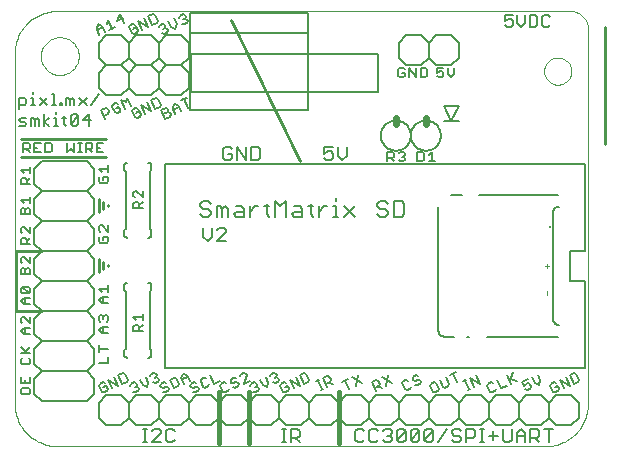
<source format=gto>
G75*
G70*
%OFA0B0*%
%FSLAX24Y24*%
%IPPOS*%
%LPD*%
%AMOC8*
5,1,8,0,0,1.08239X$1,22.5*
%
%ADD10C,0.0000*%
%ADD11C,0.0060*%
%ADD12C,0.0070*%
%ADD13C,0.0080*%
%ADD14C,0.0150*%
%ADD15C,0.0100*%
%ADD16C,0.0050*%
%ADD17C,0.0040*%
%ADD18C,0.0240*%
D10*
X001600Y004500D02*
X017900Y004500D01*
X017973Y004502D01*
X018046Y004508D01*
X018119Y004517D01*
X018191Y004531D01*
X018262Y004548D01*
X018333Y004569D01*
X018402Y004593D01*
X018469Y004621D01*
X018536Y004653D01*
X018600Y004688D01*
X018662Y004726D01*
X018723Y004767D01*
X018781Y004812D01*
X018837Y004860D01*
X018890Y004910D01*
X018940Y004963D01*
X018988Y005019D01*
X019033Y005077D01*
X019074Y005138D01*
X019112Y005200D01*
X019147Y005264D01*
X019179Y005331D01*
X019207Y005398D01*
X019231Y005467D01*
X019252Y005538D01*
X019269Y005609D01*
X019283Y005681D01*
X019292Y005754D01*
X019298Y005827D01*
X019300Y005900D01*
X019300Y018400D01*
X019301Y018445D01*
X019297Y018491D01*
X019290Y018536D01*
X019280Y018580D01*
X019266Y018623D01*
X019249Y018665D01*
X019228Y018706D01*
X019205Y018745D01*
X019178Y018782D01*
X019148Y018816D01*
X019116Y018848D01*
X019082Y018878D01*
X019045Y018905D01*
X019006Y018928D01*
X018965Y018949D01*
X018923Y018966D01*
X018880Y018980D01*
X018836Y018990D01*
X018791Y018997D01*
X018745Y019001D01*
X018700Y019000D01*
X001600Y019000D01*
X001527Y018998D01*
X001454Y018992D01*
X001381Y018983D01*
X001309Y018969D01*
X001238Y018952D01*
X001167Y018931D01*
X001098Y018907D01*
X001031Y018879D01*
X000964Y018847D01*
X000900Y018812D01*
X000838Y018774D01*
X000777Y018733D01*
X000719Y018688D01*
X000663Y018640D01*
X000610Y018590D01*
X000560Y018537D01*
X000512Y018481D01*
X000467Y018423D01*
X000426Y018362D01*
X000388Y018300D01*
X000353Y018236D01*
X000321Y018169D01*
X000293Y018102D01*
X000269Y018033D01*
X000248Y017962D01*
X000231Y017891D01*
X000217Y017819D01*
X000208Y017746D01*
X000202Y017673D01*
X000200Y017600D01*
X000200Y005900D01*
X000202Y005827D01*
X000208Y005754D01*
X000217Y005681D01*
X000231Y005609D01*
X000248Y005538D01*
X000269Y005467D01*
X000293Y005398D01*
X000321Y005331D01*
X000353Y005264D01*
X000388Y005200D01*
X000426Y005138D01*
X000467Y005077D01*
X000512Y005019D01*
X000560Y004963D01*
X000610Y004910D01*
X000663Y004860D01*
X000719Y004812D01*
X000777Y004767D01*
X000838Y004726D01*
X000900Y004688D01*
X000964Y004653D01*
X001031Y004621D01*
X001098Y004593D01*
X001167Y004569D01*
X001238Y004548D01*
X001309Y004531D01*
X001381Y004517D01*
X001454Y004508D01*
X001527Y004502D01*
X001600Y004500D01*
X001070Y017500D02*
X001072Y017550D01*
X001078Y017600D01*
X001088Y017649D01*
X001102Y017697D01*
X001119Y017744D01*
X001140Y017789D01*
X001165Y017833D01*
X001193Y017874D01*
X001225Y017913D01*
X001259Y017950D01*
X001296Y017984D01*
X001336Y018014D01*
X001378Y018041D01*
X001422Y018065D01*
X001468Y018086D01*
X001515Y018102D01*
X001563Y018115D01*
X001613Y018124D01*
X001662Y018129D01*
X001713Y018130D01*
X001763Y018127D01*
X001812Y018120D01*
X001861Y018109D01*
X001909Y018094D01*
X001955Y018076D01*
X002000Y018054D01*
X002043Y018028D01*
X002084Y017999D01*
X002123Y017967D01*
X002159Y017932D01*
X002191Y017894D01*
X002221Y017854D01*
X002248Y017811D01*
X002271Y017767D01*
X002290Y017721D01*
X002306Y017673D01*
X002318Y017624D01*
X002326Y017575D01*
X002330Y017525D01*
X002330Y017475D01*
X002326Y017425D01*
X002318Y017376D01*
X002306Y017327D01*
X002290Y017279D01*
X002271Y017233D01*
X002248Y017189D01*
X002221Y017146D01*
X002191Y017106D01*
X002159Y017068D01*
X002123Y017033D01*
X002084Y017001D01*
X002043Y016972D01*
X002000Y016946D01*
X001955Y016924D01*
X001909Y016906D01*
X001861Y016891D01*
X001812Y016880D01*
X001763Y016873D01*
X001713Y016870D01*
X001662Y016871D01*
X001613Y016876D01*
X001563Y016885D01*
X001515Y016898D01*
X001468Y016914D01*
X001422Y016935D01*
X001378Y016959D01*
X001336Y016986D01*
X001296Y017016D01*
X001259Y017050D01*
X001225Y017087D01*
X001193Y017126D01*
X001165Y017167D01*
X001140Y017211D01*
X001119Y017256D01*
X001102Y017303D01*
X001088Y017351D01*
X001078Y017400D01*
X001072Y017450D01*
X001070Y017500D01*
X017847Y017000D02*
X017849Y017042D01*
X017855Y017084D01*
X017865Y017126D01*
X017878Y017166D01*
X017896Y017205D01*
X017917Y017242D01*
X017941Y017276D01*
X017969Y017309D01*
X017999Y017339D01*
X018032Y017365D01*
X018067Y017389D01*
X018105Y017409D01*
X018144Y017425D01*
X018184Y017438D01*
X018226Y017447D01*
X018268Y017452D01*
X018311Y017453D01*
X018353Y017450D01*
X018395Y017443D01*
X018436Y017432D01*
X018476Y017417D01*
X018514Y017399D01*
X018551Y017377D01*
X018585Y017352D01*
X018617Y017324D01*
X018645Y017293D01*
X018671Y017259D01*
X018694Y017223D01*
X018713Y017186D01*
X018729Y017146D01*
X018741Y017105D01*
X018749Y017064D01*
X018753Y017021D01*
X018753Y016979D01*
X018749Y016936D01*
X018741Y016895D01*
X018729Y016854D01*
X018713Y016814D01*
X018694Y016777D01*
X018671Y016741D01*
X018645Y016707D01*
X018617Y016676D01*
X018585Y016648D01*
X018551Y016623D01*
X018514Y016601D01*
X018476Y016583D01*
X018436Y016568D01*
X018395Y016557D01*
X018353Y016550D01*
X018311Y016547D01*
X018268Y016548D01*
X018226Y016553D01*
X018184Y016562D01*
X018144Y016575D01*
X018105Y016591D01*
X018067Y016611D01*
X018032Y016635D01*
X017999Y016661D01*
X017969Y016691D01*
X017941Y016724D01*
X017917Y016758D01*
X017896Y016795D01*
X017878Y016834D01*
X017865Y016874D01*
X017855Y016916D01*
X017849Y016958D01*
X017847Y017000D01*
D11*
X017838Y018480D02*
X017968Y018480D01*
X018033Y018545D01*
X017838Y018480D02*
X017773Y018545D01*
X017773Y018805D01*
X017838Y018870D01*
X017968Y018870D01*
X018033Y018805D01*
X017619Y018805D02*
X017619Y018545D01*
X017554Y018480D01*
X017359Y018480D01*
X017359Y018870D01*
X017554Y018870D01*
X017619Y018805D01*
X017205Y018870D02*
X017205Y018610D01*
X017074Y018480D01*
X016944Y018610D01*
X016944Y018870D01*
X016790Y018870D02*
X016530Y018870D01*
X016530Y018675D01*
X016660Y018740D01*
X016725Y018740D01*
X016790Y018675D01*
X016790Y018545D01*
X016725Y018480D01*
X016595Y018480D01*
X016530Y018545D01*
X015000Y017950D02*
X015000Y017450D01*
X014750Y017200D01*
X014250Y017200D01*
X014000Y017450D01*
X013750Y017200D01*
X013250Y017200D01*
X013000Y017450D01*
X013000Y017950D01*
X013250Y018200D01*
X013750Y018200D01*
X014000Y017950D01*
X014250Y018200D01*
X014750Y018200D01*
X015000Y017950D01*
X014000Y017950D02*
X014000Y017450D01*
X013400Y014850D02*
X013402Y014894D01*
X013408Y014938D01*
X013418Y014981D01*
X013431Y015023D01*
X013448Y015064D01*
X013469Y015103D01*
X013493Y015140D01*
X013520Y015175D01*
X013550Y015207D01*
X013583Y015237D01*
X013619Y015263D01*
X013656Y015287D01*
X013696Y015306D01*
X013737Y015323D01*
X013780Y015335D01*
X013823Y015344D01*
X013867Y015349D01*
X013911Y015350D01*
X013955Y015347D01*
X013999Y015340D01*
X014042Y015329D01*
X014084Y015315D01*
X014124Y015297D01*
X014163Y015275D01*
X014199Y015251D01*
X014233Y015223D01*
X014265Y015192D01*
X014294Y015158D01*
X014320Y015122D01*
X014342Y015084D01*
X014361Y015044D01*
X014376Y015002D01*
X014388Y014960D01*
X014396Y014916D01*
X014400Y014872D01*
X014400Y014828D01*
X014396Y014784D01*
X014388Y014740D01*
X014376Y014698D01*
X014361Y014656D01*
X014342Y014616D01*
X014320Y014578D01*
X014294Y014542D01*
X014265Y014508D01*
X014233Y014477D01*
X014199Y014449D01*
X014163Y014425D01*
X014124Y014403D01*
X014084Y014385D01*
X014042Y014371D01*
X013999Y014360D01*
X013955Y014353D01*
X013911Y014350D01*
X013867Y014351D01*
X013823Y014356D01*
X013780Y014365D01*
X013737Y014377D01*
X013696Y014394D01*
X013656Y014413D01*
X013619Y014437D01*
X013583Y014463D01*
X013550Y014493D01*
X013520Y014525D01*
X013493Y014560D01*
X013469Y014597D01*
X013448Y014636D01*
X013431Y014677D01*
X013418Y014719D01*
X013408Y014762D01*
X013402Y014806D01*
X013400Y014850D01*
X012400Y014850D02*
X012402Y014894D01*
X012408Y014938D01*
X012418Y014981D01*
X012431Y015023D01*
X012448Y015064D01*
X012469Y015103D01*
X012493Y015140D01*
X012520Y015175D01*
X012550Y015207D01*
X012583Y015237D01*
X012619Y015263D01*
X012656Y015287D01*
X012696Y015306D01*
X012737Y015323D01*
X012780Y015335D01*
X012823Y015344D01*
X012867Y015349D01*
X012911Y015350D01*
X012955Y015347D01*
X012999Y015340D01*
X013042Y015329D01*
X013084Y015315D01*
X013124Y015297D01*
X013163Y015275D01*
X013199Y015251D01*
X013233Y015223D01*
X013265Y015192D01*
X013294Y015158D01*
X013320Y015122D01*
X013342Y015084D01*
X013361Y015044D01*
X013376Y015002D01*
X013388Y014960D01*
X013396Y014916D01*
X013400Y014872D01*
X013400Y014828D01*
X013396Y014784D01*
X013388Y014740D01*
X013376Y014698D01*
X013361Y014656D01*
X013342Y014616D01*
X013320Y014578D01*
X013294Y014542D01*
X013265Y014508D01*
X013233Y014477D01*
X013199Y014449D01*
X013163Y014425D01*
X013124Y014403D01*
X013084Y014385D01*
X013042Y014371D01*
X012999Y014360D01*
X012955Y014353D01*
X012911Y014350D01*
X012867Y014351D01*
X012823Y014356D01*
X012780Y014365D01*
X012737Y014377D01*
X012696Y014394D01*
X012656Y014413D01*
X012619Y014437D01*
X012583Y014463D01*
X012550Y014493D01*
X012520Y014525D01*
X012493Y014560D01*
X012469Y014597D01*
X012448Y014636D01*
X012431Y014677D01*
X012418Y014719D01*
X012408Y014762D01*
X012402Y014806D01*
X012400Y014850D01*
X011263Y014470D02*
X011263Y014177D01*
X011116Y014030D01*
X010970Y014177D01*
X010970Y014470D01*
X010803Y014470D02*
X010509Y014470D01*
X010509Y014250D01*
X010656Y014324D01*
X010729Y014324D01*
X010803Y014250D01*
X010803Y014103D01*
X010729Y014030D01*
X010583Y014030D01*
X010509Y014103D01*
X008363Y014103D02*
X008290Y014030D01*
X008070Y014030D01*
X008070Y014470D01*
X008290Y014470D01*
X008363Y014397D01*
X008363Y014103D01*
X007903Y014030D02*
X007903Y014470D01*
X007609Y014470D02*
X007609Y014030D01*
X007442Y014103D02*
X007442Y014250D01*
X007296Y014250D01*
X007442Y014103D02*
X007369Y014030D01*
X007222Y014030D01*
X007149Y014103D01*
X007149Y014397D01*
X007222Y014470D01*
X007369Y014470D01*
X007442Y014397D01*
X007609Y014470D02*
X007903Y014030D01*
X005750Y016200D02*
X006000Y016450D01*
X006000Y016950D01*
X005750Y017200D01*
X005250Y017200D01*
X005000Y016950D01*
X004750Y017200D01*
X004250Y017200D01*
X004000Y016950D01*
X003750Y017200D01*
X003250Y017200D01*
X003000Y016950D01*
X003000Y016450D01*
X003250Y016200D01*
X003750Y016200D01*
X004000Y016450D01*
X004000Y016950D01*
X003750Y017200D02*
X003250Y017200D01*
X003000Y017450D01*
X003000Y017950D01*
X003250Y018200D01*
X003750Y018200D01*
X004000Y017950D01*
X004250Y018200D01*
X004750Y018200D01*
X005000Y017950D01*
X005250Y018200D01*
X005750Y018200D01*
X006000Y017950D01*
X006000Y017450D01*
X005750Y017200D01*
X005250Y017200D01*
X005000Y017450D01*
X004750Y017200D01*
X004250Y017200D01*
X004000Y017450D01*
X003750Y017200D01*
X004000Y017450D02*
X004000Y017950D01*
X005000Y017950D02*
X005000Y017450D01*
X005000Y016950D02*
X005000Y016450D01*
X004750Y016200D01*
X004250Y016200D01*
X004000Y016450D01*
X005000Y016450D02*
X005250Y016200D01*
X005750Y016200D01*
X004750Y013850D02*
X004750Y013700D01*
X004700Y013650D01*
X004700Y011750D01*
X004750Y011700D01*
X004750Y011550D01*
X004748Y011533D01*
X004744Y011516D01*
X004737Y011500D01*
X004727Y011486D01*
X004714Y011473D01*
X004700Y011463D01*
X004684Y011456D01*
X004667Y011452D01*
X004650Y011450D01*
X003950Y011450D02*
X003933Y011452D01*
X003916Y011456D01*
X003900Y011463D01*
X003886Y011473D01*
X003873Y011486D01*
X003863Y011500D01*
X003856Y011516D01*
X003852Y011533D01*
X003850Y011550D01*
X003850Y011700D01*
X003900Y011750D01*
X003900Y013650D01*
X003850Y013700D01*
X003850Y013850D01*
X003852Y013867D01*
X003856Y013884D01*
X003863Y013900D01*
X003873Y013914D01*
X003886Y013927D01*
X003900Y013937D01*
X003916Y013944D01*
X003933Y013948D01*
X003950Y013950D01*
X004650Y013950D02*
X004667Y013948D01*
X004684Y013944D01*
X004700Y013937D01*
X004714Y013927D01*
X004727Y013914D01*
X004737Y013900D01*
X004744Y013884D01*
X004748Y013867D01*
X004750Y013850D01*
X002850Y013750D02*
X002850Y013250D01*
X002600Y013000D01*
X001100Y013000D01*
X000850Y012750D01*
X000850Y012250D01*
X001100Y012000D01*
X002600Y012000D01*
X002850Y011750D01*
X002850Y011250D01*
X002600Y011000D01*
X001100Y011000D01*
X000850Y010750D01*
X000850Y010250D01*
X001100Y010000D01*
X002600Y010000D01*
X002850Y009750D01*
X002850Y009250D01*
X002600Y009000D01*
X001100Y009000D01*
X000850Y008750D01*
X000850Y008250D01*
X001100Y008000D01*
X002600Y008000D01*
X002850Y007750D01*
X002850Y007250D01*
X002600Y007000D01*
X002850Y006750D01*
X002850Y006250D01*
X002600Y006000D01*
X001100Y006000D01*
X000850Y006250D01*
X000850Y006750D01*
X001100Y007000D01*
X002600Y007000D01*
X003250Y006200D02*
X003750Y006200D01*
X004000Y005950D01*
X004250Y006200D01*
X004750Y006200D01*
X005000Y005950D01*
X005250Y006200D01*
X005750Y006200D01*
X006000Y005950D01*
X006250Y006200D01*
X006750Y006200D01*
X007000Y005950D01*
X007250Y006200D01*
X007750Y006200D01*
X008000Y005950D01*
X008000Y005450D01*
X007750Y005200D01*
X007250Y005200D01*
X007000Y005450D01*
X007000Y005950D01*
X007000Y005450D01*
X006750Y005200D01*
X006250Y005200D01*
X006000Y005450D01*
X005750Y005200D01*
X005250Y005200D01*
X005000Y005450D01*
X005000Y005950D01*
X005000Y005450D02*
X004750Y005200D01*
X004250Y005200D01*
X004000Y005450D01*
X003750Y005200D01*
X003250Y005200D01*
X003000Y005450D01*
X003000Y005950D01*
X003250Y006200D01*
X004000Y005950D02*
X004000Y005450D01*
X004466Y005070D02*
X004613Y005070D01*
X004540Y005070D02*
X004540Y004630D01*
X004613Y004630D02*
X004466Y004630D01*
X004773Y004630D02*
X005067Y004924D01*
X005067Y004997D01*
X004993Y005070D01*
X004846Y005070D01*
X004773Y004997D01*
X004773Y004630D02*
X005067Y004630D01*
X005233Y004703D02*
X005307Y004630D01*
X005454Y004630D01*
X005527Y004703D01*
X005233Y004703D02*
X005233Y004997D01*
X005307Y005070D01*
X005454Y005070D01*
X005527Y004997D01*
X006000Y005450D02*
X006000Y005950D01*
X008000Y005950D02*
X008000Y005450D01*
X008250Y005200D01*
X008750Y005200D01*
X009000Y005450D01*
X009000Y005950D01*
X008750Y006200D01*
X008250Y006200D01*
X008000Y005950D01*
X009000Y005950D02*
X009250Y006200D01*
X009750Y006200D01*
X010000Y005950D01*
X010250Y006200D01*
X010750Y006200D01*
X011000Y005950D01*
X011250Y006200D01*
X011750Y006200D01*
X012000Y005950D01*
X012250Y006200D01*
X012750Y006200D01*
X013000Y005950D01*
X013000Y005450D01*
X012750Y005200D01*
X012250Y005200D01*
X012000Y005450D01*
X011750Y005200D01*
X011250Y005200D01*
X011000Y005450D01*
X011000Y005950D01*
X011000Y005450D01*
X010750Y005200D01*
X010250Y005200D01*
X010000Y005450D01*
X009750Y005200D01*
X009250Y005200D01*
X009000Y005450D01*
X009096Y005070D02*
X009243Y005070D01*
X009170Y005070D02*
X009170Y004630D01*
X009243Y004630D02*
X009096Y004630D01*
X009403Y004630D02*
X009403Y005070D01*
X009623Y005070D01*
X009697Y004997D01*
X009697Y004850D01*
X009623Y004777D01*
X009403Y004777D01*
X009550Y004777D02*
X009697Y004630D01*
X010000Y005450D02*
X010000Y005950D01*
X011554Y004997D02*
X011554Y004703D01*
X011627Y004630D01*
X011774Y004630D01*
X011847Y004703D01*
X012014Y004703D02*
X012088Y004630D01*
X012234Y004630D01*
X012308Y004703D01*
X012475Y004703D02*
X012548Y004630D01*
X012695Y004630D01*
X012768Y004703D01*
X012768Y004777D01*
X012695Y004850D01*
X012621Y004850D01*
X012695Y004850D02*
X012768Y004924D01*
X012768Y004997D01*
X012695Y005070D01*
X012548Y005070D01*
X012475Y004997D01*
X012308Y004997D02*
X012234Y005070D01*
X012088Y005070D01*
X012014Y004997D01*
X012014Y004703D01*
X011847Y004997D02*
X011774Y005070D01*
X011627Y005070D01*
X011554Y004997D01*
X012000Y005450D02*
X012000Y005950D01*
X013000Y005950D02*
X013250Y006200D01*
X013750Y006200D01*
X014000Y005950D01*
X014250Y006200D01*
X014750Y006200D01*
X015000Y005950D01*
X015250Y006200D01*
X015750Y006200D01*
X016000Y005950D01*
X016000Y005450D01*
X015750Y005200D01*
X015250Y005200D01*
X015000Y005450D01*
X014750Y005200D01*
X014250Y005200D01*
X014000Y005450D01*
X013750Y005200D01*
X013250Y005200D01*
X013000Y005450D01*
X013008Y005070D02*
X013155Y005070D01*
X013229Y004997D01*
X012935Y004703D01*
X013008Y004630D01*
X013155Y004630D01*
X013229Y004703D01*
X013229Y004997D01*
X013395Y004997D02*
X013395Y004703D01*
X013689Y004997D01*
X013689Y004703D01*
X013616Y004630D01*
X013469Y004630D01*
X013395Y004703D01*
X013395Y004997D02*
X013469Y005070D01*
X013616Y005070D01*
X013689Y004997D01*
X013856Y004997D02*
X013929Y005070D01*
X014076Y005070D01*
X014149Y004997D01*
X013856Y004703D01*
X013929Y004630D01*
X014076Y004630D01*
X014149Y004703D01*
X014149Y004997D01*
X013856Y004997D02*
X013856Y004703D01*
X014316Y004630D02*
X014610Y005070D01*
X014777Y004997D02*
X014777Y004924D01*
X014850Y004850D01*
X014997Y004850D01*
X015070Y004777D01*
X015070Y004703D01*
X014997Y004630D01*
X014850Y004630D01*
X014777Y004703D01*
X014777Y004997D02*
X014850Y005070D01*
X014997Y005070D01*
X015070Y004997D01*
X015237Y005070D02*
X015457Y005070D01*
X015531Y004997D01*
X015531Y004850D01*
X015457Y004777D01*
X015237Y004777D01*
X015237Y004630D02*
X015237Y005070D01*
X015000Y005450D02*
X015000Y005950D01*
X015697Y005070D02*
X015844Y005070D01*
X015771Y005070D02*
X015771Y004630D01*
X015844Y004630D02*
X015697Y004630D01*
X016004Y004850D02*
X016298Y004850D01*
X016151Y004997D02*
X016151Y004703D01*
X016465Y004703D02*
X016538Y004630D01*
X016685Y004630D01*
X016758Y004703D01*
X016758Y005070D01*
X016750Y005200D02*
X016250Y005200D01*
X016000Y005450D01*
X016000Y005950D02*
X016250Y006200D01*
X016750Y006200D01*
X017000Y005950D01*
X017250Y006200D01*
X017750Y006200D01*
X018000Y005950D01*
X018250Y006200D01*
X018750Y006200D01*
X019000Y005950D01*
X019000Y005450D01*
X018750Y005200D01*
X018250Y005200D01*
X018000Y005450D01*
X017750Y005200D01*
X017250Y005200D01*
X017000Y005450D01*
X016750Y005200D01*
X016465Y005070D02*
X016465Y004703D01*
X016925Y004630D02*
X016925Y004924D01*
X017072Y005070D01*
X017219Y004924D01*
X017219Y004630D01*
X017385Y004630D02*
X017385Y005070D01*
X017606Y005070D01*
X017679Y004997D01*
X017679Y004850D01*
X017606Y004777D01*
X017385Y004777D01*
X017532Y004777D02*
X017679Y004630D01*
X017993Y004630D02*
X017993Y005070D01*
X018139Y005070D02*
X017846Y005070D01*
X018000Y005450D02*
X018000Y005950D01*
X017000Y005950D02*
X017000Y005450D01*
X016925Y004850D02*
X017219Y004850D01*
X014000Y005450D02*
X014000Y005950D01*
X013008Y005070D02*
X012935Y004997D01*
X012935Y004703D01*
X007234Y011330D02*
X006940Y011330D01*
X007234Y011624D01*
X007234Y011697D01*
X007161Y011770D01*
X007014Y011770D01*
X006940Y011697D01*
X006774Y011770D02*
X006774Y011477D01*
X006627Y011330D01*
X006480Y011477D01*
X006480Y011770D01*
X004750Y009850D02*
X004750Y009700D01*
X004700Y009650D01*
X004700Y007750D01*
X004750Y007700D01*
X004750Y007550D01*
X004748Y007533D01*
X004744Y007516D01*
X004737Y007500D01*
X004727Y007486D01*
X004714Y007473D01*
X004700Y007463D01*
X004684Y007456D01*
X004667Y007452D01*
X004650Y007450D01*
X003950Y007450D02*
X003933Y007452D01*
X003916Y007456D01*
X003900Y007463D01*
X003886Y007473D01*
X003873Y007486D01*
X003863Y007500D01*
X003856Y007516D01*
X003852Y007533D01*
X003850Y007550D01*
X003850Y007700D01*
X003900Y007750D01*
X003900Y009650D01*
X003850Y009700D01*
X003850Y009850D01*
X003852Y009867D01*
X003856Y009884D01*
X003863Y009900D01*
X003873Y009914D01*
X003886Y009927D01*
X003900Y009937D01*
X003916Y009944D01*
X003933Y009948D01*
X003950Y009950D01*
X004650Y009950D02*
X004667Y009948D01*
X004684Y009944D01*
X004700Y009937D01*
X004714Y009927D01*
X004727Y009914D01*
X004737Y009900D01*
X004744Y009884D01*
X004748Y009867D01*
X004750Y009850D01*
X002850Y010250D02*
X002600Y010000D01*
X002850Y010250D02*
X002850Y010750D01*
X002600Y011000D01*
X002600Y012000D02*
X002850Y012250D01*
X002850Y012750D01*
X002600Y013000D01*
X002850Y013750D02*
X002600Y014000D01*
X001100Y014000D01*
X000850Y013750D01*
X000850Y013250D01*
X001100Y013000D01*
X001100Y012000D02*
X000850Y011750D01*
X000850Y011250D01*
X001100Y011000D01*
X001100Y010000D02*
X000850Y009750D01*
X000850Y009250D01*
X001100Y009000D01*
X001100Y008000D02*
X000850Y007750D01*
X000850Y007250D01*
X001100Y007000D01*
X002600Y008000D02*
X002850Y008250D01*
X002850Y008750D01*
X002600Y009000D01*
D12*
X006386Y012223D02*
X006474Y012135D01*
X006651Y012135D01*
X006740Y012223D01*
X006740Y012312D01*
X006651Y012400D01*
X006474Y012400D01*
X006386Y012489D01*
X006386Y012577D01*
X006474Y012665D01*
X006651Y012665D01*
X006740Y012577D01*
X006938Y012489D02*
X007027Y012489D01*
X007115Y012400D01*
X007204Y012489D01*
X007292Y012400D01*
X007292Y012135D01*
X007115Y012135D02*
X007115Y012400D01*
X006938Y012489D02*
X006938Y012135D01*
X007491Y012223D02*
X007579Y012135D01*
X007845Y012135D01*
X007845Y012400D01*
X007756Y012489D01*
X007579Y012489D01*
X007579Y012312D02*
X007845Y012312D01*
X008043Y012312D02*
X008220Y012489D01*
X008309Y012489D01*
X008504Y012489D02*
X008681Y012489D01*
X008592Y012577D02*
X008592Y012223D01*
X008681Y012135D01*
X008872Y012135D02*
X008872Y012665D01*
X009049Y012489D01*
X009226Y012665D01*
X009226Y012135D01*
X009425Y012223D02*
X009513Y012312D01*
X009778Y012312D01*
X009778Y012400D02*
X009690Y012489D01*
X009513Y012489D01*
X009425Y012223D02*
X009513Y012135D01*
X009778Y012135D01*
X009778Y012400D01*
X009977Y012489D02*
X010154Y012489D01*
X010065Y012577D02*
X010065Y012223D01*
X010154Y012135D01*
X010345Y012135D02*
X010345Y012489D01*
X010345Y012312D02*
X010522Y012489D01*
X010611Y012489D01*
X010806Y012489D02*
X010894Y012489D01*
X010894Y012135D01*
X010806Y012135D02*
X010983Y012135D01*
X011174Y012135D02*
X011528Y012489D01*
X011174Y012489D02*
X011528Y012135D01*
X010894Y012665D02*
X010894Y012754D01*
X012279Y012577D02*
X012279Y012489D01*
X012367Y012400D01*
X012544Y012400D01*
X012633Y012312D01*
X012633Y012223D01*
X012544Y012135D01*
X012367Y012135D01*
X012279Y012223D01*
X012279Y012577D02*
X012367Y012665D01*
X012544Y012665D01*
X012633Y012577D01*
X012832Y012665D02*
X013097Y012665D01*
X013185Y012577D01*
X013185Y012223D01*
X013097Y012135D01*
X012832Y012135D01*
X012832Y012665D01*
X008043Y012489D02*
X008043Y012135D01*
X007579Y012312D02*
X007491Y012223D01*
X002752Y015860D02*
X003006Y016240D01*
X002591Y016114D02*
X002338Y015860D01*
X002177Y015860D02*
X002177Y016050D01*
X002114Y016114D01*
X002050Y016050D01*
X002050Y015860D01*
X001923Y015860D02*
X001923Y016114D01*
X001987Y016114D01*
X002050Y016050D01*
X001780Y015923D02*
X001780Y015860D01*
X001716Y015860D01*
X001716Y015923D01*
X001780Y015923D01*
X001567Y015860D02*
X001440Y015860D01*
X001503Y015860D02*
X001503Y016240D01*
X001440Y016240D01*
X001279Y016114D02*
X001026Y015860D01*
X000876Y015860D02*
X000749Y015860D01*
X000813Y015860D02*
X000813Y016114D01*
X000749Y016114D01*
X000813Y016240D02*
X000813Y016304D01*
X001026Y016114D02*
X001279Y015860D01*
X001164Y015565D02*
X001164Y015185D01*
X001164Y015312D02*
X001354Y015439D01*
X001509Y015439D02*
X001572Y015439D01*
X001572Y015185D01*
X001509Y015185D02*
X001636Y015185D01*
X001849Y015248D02*
X001912Y015185D01*
X001849Y015248D02*
X001849Y015502D01*
X001785Y015439D02*
X001912Y015439D01*
X002061Y015502D02*
X002061Y015248D01*
X002315Y015502D01*
X002315Y015248D01*
X002252Y015185D01*
X002125Y015185D01*
X002061Y015248D01*
X002061Y015502D02*
X002125Y015565D01*
X002252Y015565D01*
X002315Y015502D01*
X002476Y015375D02*
X002729Y015375D01*
X002666Y015185D02*
X002666Y015565D01*
X002476Y015375D01*
X002591Y015860D02*
X002338Y016114D01*
X001572Y015629D02*
X001572Y015565D01*
X001354Y015185D02*
X001164Y015312D01*
X001003Y015375D02*
X001003Y015185D01*
X000876Y015185D02*
X000876Y015375D01*
X000940Y015439D01*
X001003Y015375D01*
X000876Y015375D02*
X000813Y015439D01*
X000749Y015439D01*
X000749Y015185D01*
X000589Y015248D02*
X000525Y015312D01*
X000398Y015312D01*
X000335Y015375D01*
X000398Y015439D01*
X000589Y015439D01*
X000589Y015248D02*
X000525Y015185D01*
X000335Y015185D01*
X000335Y015733D02*
X000335Y016114D01*
X000525Y016114D01*
X000589Y016050D01*
X000589Y015923D01*
X000525Y015860D01*
X000335Y015860D01*
D13*
X000478Y014610D02*
X000638Y014610D01*
X000692Y014557D01*
X000692Y014450D01*
X000638Y014397D01*
X000478Y014397D01*
X000585Y014397D02*
X000692Y014290D01*
X000846Y014290D02*
X001060Y014290D01*
X001215Y014290D02*
X001375Y014290D01*
X001428Y014343D01*
X001428Y014557D01*
X001375Y014610D01*
X001215Y014610D01*
X001215Y014290D01*
X000953Y014450D02*
X000846Y014450D01*
X000846Y014610D02*
X000846Y014290D01*
X000846Y014610D02*
X001060Y014610D01*
X000478Y014610D02*
X000478Y014290D01*
X000710Y013804D02*
X000710Y013590D01*
X000710Y013697D02*
X000390Y013697D01*
X000496Y013590D01*
X000443Y013435D02*
X000390Y013382D01*
X000390Y013222D01*
X000710Y013222D01*
X000603Y013222D02*
X000603Y013382D01*
X000550Y013435D01*
X000443Y013435D01*
X000603Y013328D02*
X000710Y013435D01*
X000710Y012804D02*
X000710Y012590D01*
X000710Y012697D02*
X000390Y012697D01*
X000496Y012590D01*
X000496Y012435D02*
X000550Y012382D01*
X000550Y012222D01*
X000550Y012382D02*
X000603Y012435D01*
X000657Y012435D01*
X000710Y012382D01*
X000710Y012222D01*
X000390Y012222D01*
X000390Y012382D01*
X000443Y012435D01*
X000496Y012435D01*
X000496Y011804D02*
X000443Y011804D01*
X000390Y011750D01*
X000390Y011643D01*
X000443Y011590D01*
X000443Y011435D02*
X000550Y011435D01*
X000603Y011382D01*
X000603Y011222D01*
X000603Y011328D02*
X000710Y011435D01*
X000710Y011590D02*
X000496Y011804D01*
X000710Y011804D02*
X000710Y011590D01*
X000443Y011435D02*
X000390Y011382D01*
X000390Y011222D01*
X000710Y011222D01*
X000710Y010804D02*
X000710Y010590D01*
X000496Y010804D01*
X000443Y010804D01*
X000390Y010750D01*
X000390Y010643D01*
X000443Y010590D01*
X000443Y010435D02*
X000496Y010435D01*
X000550Y010382D01*
X000550Y010222D01*
X000550Y010382D02*
X000603Y010435D01*
X000657Y010435D01*
X000710Y010382D01*
X000710Y010222D01*
X000390Y010222D01*
X000390Y010382D01*
X000443Y010435D01*
X000443Y009804D02*
X000390Y009750D01*
X000390Y009643D01*
X000443Y009590D01*
X000657Y009590D01*
X000443Y009804D01*
X000657Y009804D01*
X000710Y009750D01*
X000710Y009643D01*
X000657Y009590D01*
X000710Y009435D02*
X000496Y009435D01*
X000390Y009328D01*
X000496Y009222D01*
X000710Y009222D01*
X000550Y009222D02*
X000550Y009435D01*
X000496Y008804D02*
X000443Y008804D01*
X000390Y008750D01*
X000390Y008643D01*
X000443Y008590D01*
X000496Y008435D02*
X000390Y008328D01*
X000496Y008222D01*
X000710Y008222D01*
X000550Y008222D02*
X000550Y008435D01*
X000496Y008435D02*
X000710Y008435D01*
X000710Y008590D02*
X000496Y008804D01*
X000710Y008804D02*
X000710Y008590D01*
X000710Y007804D02*
X000550Y007643D01*
X000603Y007590D02*
X000390Y007804D01*
X000390Y007590D02*
X000710Y007590D01*
X000657Y007435D02*
X000710Y007382D01*
X000710Y007275D01*
X000657Y007222D01*
X000443Y007222D01*
X000390Y007275D01*
X000390Y007382D01*
X000443Y007435D01*
X000390Y006804D02*
X000390Y006590D01*
X000710Y006590D01*
X000710Y006804D01*
X000550Y006697D02*
X000550Y006590D01*
X000657Y006435D02*
X000443Y006435D01*
X000390Y006382D01*
X000390Y006275D01*
X000443Y006222D01*
X000657Y006222D01*
X000710Y006275D01*
X000710Y006382D01*
X000657Y006435D01*
X003006Y006512D02*
X003096Y006318D01*
X003167Y006292D01*
X003264Y006337D01*
X003290Y006408D01*
X003244Y006505D01*
X003148Y006460D01*
X003199Y006602D02*
X003128Y006628D01*
X003032Y006582D01*
X003006Y006512D01*
X003317Y006716D02*
X003452Y006425D01*
X003646Y006516D02*
X003317Y006716D01*
X003511Y006806D02*
X003646Y006516D01*
X003786Y006581D02*
X003931Y006649D01*
X003957Y006720D01*
X003867Y006913D01*
X003796Y006939D01*
X003651Y006871D01*
X003786Y006581D01*
X004056Y006512D02*
X004082Y006582D01*
X004178Y006628D01*
X004249Y006602D01*
X004272Y006553D01*
X004246Y006482D01*
X004317Y006457D01*
X004340Y006408D01*
X004314Y006337D01*
X004217Y006292D01*
X004146Y006318D01*
X004198Y006460D02*
X004246Y006482D01*
X004457Y006522D02*
X004367Y006716D01*
X004561Y006806D02*
X004651Y006612D01*
X004599Y006470D01*
X004457Y006522D01*
X004814Y006629D02*
X004885Y006604D01*
X004981Y006649D01*
X005007Y006720D01*
X004985Y006768D01*
X004914Y006794D01*
X004865Y006771D01*
X004914Y006794D02*
X004940Y006865D01*
X004917Y006913D01*
X004846Y006939D01*
X004749Y006894D01*
X004723Y006823D01*
X005082Y006582D02*
X005056Y006512D01*
X005078Y006463D01*
X005149Y006437D01*
X005246Y006482D01*
X005317Y006457D01*
X005340Y006408D01*
X005314Y006337D01*
X005217Y006292D01*
X005146Y006318D01*
X005082Y006582D02*
X005178Y006628D01*
X005249Y006602D01*
X005367Y006716D02*
X005512Y006783D01*
X005583Y006757D01*
X005673Y006564D01*
X005648Y006493D01*
X005502Y006425D01*
X005367Y006716D01*
X005746Y006774D02*
X005798Y006916D01*
X005940Y006865D01*
X006030Y006671D01*
X006082Y006582D02*
X006056Y006512D01*
X006078Y006463D01*
X006149Y006437D01*
X006246Y006482D01*
X006317Y006457D01*
X006340Y006408D01*
X006314Y006337D01*
X006217Y006292D01*
X006146Y006318D01*
X006082Y006582D02*
X006178Y006628D01*
X006249Y006602D01*
X006390Y006667D02*
X006480Y006474D01*
X006551Y006448D01*
X006648Y006493D01*
X006673Y006564D01*
X006836Y006581D02*
X007030Y006671D01*
X007082Y006582D02*
X007056Y006512D01*
X007146Y006318D01*
X007217Y006292D01*
X007314Y006337D01*
X007340Y006408D01*
X007480Y006474D02*
X007551Y006448D01*
X007648Y006493D01*
X007673Y006564D01*
X007651Y006612D01*
X007580Y006638D01*
X007483Y006593D01*
X007412Y006619D01*
X007390Y006667D01*
X007415Y006738D01*
X007512Y006783D01*
X007583Y006757D01*
X007723Y006823D02*
X007749Y006894D01*
X007846Y006939D01*
X007917Y006913D01*
X007940Y006865D01*
X007836Y006581D01*
X008030Y006671D01*
X008082Y006582D02*
X008056Y006512D01*
X008082Y006582D02*
X008178Y006628D01*
X008249Y006602D01*
X008272Y006553D01*
X008246Y006482D01*
X008317Y006457D01*
X008340Y006408D01*
X008314Y006337D01*
X008217Y006292D01*
X008146Y006318D01*
X008198Y006460D02*
X008246Y006482D01*
X008457Y006522D02*
X008367Y006716D01*
X008561Y006806D02*
X008651Y006612D01*
X008599Y006470D01*
X008457Y006522D01*
X008814Y006629D02*
X008885Y006604D01*
X008981Y006649D01*
X009007Y006720D01*
X008985Y006768D01*
X008914Y006794D01*
X008865Y006771D01*
X008914Y006794D02*
X008940Y006865D01*
X008917Y006913D01*
X008846Y006939D01*
X008749Y006894D01*
X008723Y006823D01*
X009082Y006582D02*
X009056Y006512D01*
X009146Y006318D01*
X009217Y006292D01*
X009314Y006337D01*
X009340Y006408D01*
X009294Y006505D01*
X009198Y006460D01*
X009249Y006602D02*
X009178Y006628D01*
X009082Y006582D01*
X009367Y006716D02*
X009502Y006425D01*
X009696Y006516D02*
X009367Y006716D01*
X009561Y006806D02*
X009696Y006516D01*
X009836Y006581D02*
X009981Y006649D01*
X010007Y006720D01*
X009917Y006913D01*
X009846Y006939D01*
X009701Y006871D01*
X009836Y006581D01*
X010256Y006664D02*
X010353Y006709D01*
X010304Y006686D02*
X010440Y006396D01*
X010488Y006419D02*
X010391Y006373D01*
X010614Y006477D02*
X010478Y006767D01*
X010623Y006835D01*
X010694Y006809D01*
X010740Y006713D01*
X010714Y006642D01*
X010569Y006574D01*
X010665Y006619D02*
X010807Y006567D01*
X011100Y006638D02*
X011294Y006728D01*
X011197Y006683D02*
X011332Y006393D01*
X011569Y006503D02*
X011628Y006884D01*
X011434Y006793D02*
X011763Y006593D01*
X012100Y006638D02*
X012245Y006705D01*
X012316Y006680D01*
X012361Y006583D01*
X012336Y006512D01*
X012190Y006444D01*
X012236Y006348D02*
X012100Y006638D01*
X012287Y006489D02*
X012429Y006438D01*
X012569Y006503D02*
X012628Y006884D01*
X012434Y006793D02*
X012763Y006593D01*
X013123Y006589D02*
X013213Y006396D01*
X013284Y006370D01*
X013381Y006415D01*
X013406Y006486D01*
X013547Y006552D02*
X013618Y006526D01*
X013714Y006571D01*
X013740Y006642D01*
X013718Y006690D01*
X013647Y006716D01*
X013550Y006671D01*
X013479Y006697D01*
X013457Y006745D01*
X013482Y006816D01*
X013579Y006861D01*
X013650Y006835D01*
X013316Y006680D02*
X013245Y006705D01*
X013149Y006660D01*
X013123Y006589D01*
X014056Y006512D02*
X014146Y006318D01*
X014217Y006292D01*
X014314Y006337D01*
X014340Y006408D01*
X014249Y006602D01*
X014178Y006628D01*
X014082Y006582D01*
X014056Y006512D01*
X014367Y006716D02*
X014480Y006474D01*
X014551Y006448D01*
X014648Y006493D01*
X014673Y006564D01*
X014561Y006806D01*
X014701Y006871D02*
X014894Y006961D01*
X014798Y006916D02*
X014933Y006626D01*
X015156Y006664D02*
X015253Y006709D01*
X015204Y006686D02*
X015340Y006396D01*
X015388Y006419D02*
X015291Y006373D01*
X015514Y006477D02*
X015378Y006767D01*
X015707Y006567D01*
X015572Y006858D01*
X015982Y006582D02*
X015956Y006512D01*
X016046Y006318D01*
X016117Y006292D01*
X016214Y006337D01*
X016240Y006408D01*
X016402Y006425D02*
X016267Y006716D01*
X016149Y006602D02*
X016078Y006628D01*
X015982Y006582D01*
X016402Y006425D02*
X016596Y006516D01*
X016736Y006581D02*
X016601Y006871D01*
X016717Y006749D02*
X016930Y006671D01*
X017100Y006638D02*
X017168Y006493D01*
X017242Y006586D01*
X017290Y006609D01*
X017361Y006583D01*
X017406Y006486D01*
X017381Y006415D01*
X017284Y006370D01*
X017213Y006396D01*
X017100Y006638D02*
X017294Y006728D01*
X017434Y006793D02*
X017524Y006600D01*
X017666Y006548D01*
X017718Y006690D01*
X017628Y006884D01*
X018082Y006582D02*
X018056Y006512D01*
X018146Y006318D01*
X018217Y006292D01*
X018314Y006337D01*
X018340Y006408D01*
X018294Y006505D01*
X018198Y006460D01*
X018249Y006602D02*
X018178Y006628D01*
X018082Y006582D01*
X018367Y006716D02*
X018696Y006516D01*
X018561Y006806D01*
X018701Y006871D02*
X018846Y006939D01*
X018917Y006913D01*
X019007Y006720D01*
X018981Y006649D01*
X018836Y006581D01*
X018701Y006871D01*
X018367Y006716D02*
X018502Y006425D01*
X019200Y007100D02*
X005200Y007100D01*
X005200Y013900D01*
X019200Y013900D01*
X019200Y011000D01*
X018700Y011000D01*
X018700Y010000D01*
X019200Y010000D01*
X019200Y007100D01*
X016794Y006961D02*
X016691Y006678D01*
X014204Y013990D02*
X013990Y013990D01*
X014097Y013990D02*
X014097Y014310D01*
X013990Y014204D01*
X013835Y014257D02*
X013835Y014043D01*
X013782Y013990D01*
X013622Y013990D01*
X013622Y014310D01*
X013782Y014310D01*
X013835Y014257D01*
X013204Y014257D02*
X013204Y014204D01*
X013150Y014150D01*
X013204Y014097D01*
X013204Y014043D01*
X013150Y013990D01*
X013043Y013990D01*
X012990Y014043D01*
X013097Y014150D02*
X013150Y014150D01*
X013204Y014257D02*
X013150Y014310D01*
X013043Y014310D01*
X012990Y014257D01*
X012835Y014257D02*
X012835Y014150D01*
X012782Y014097D01*
X012622Y014097D01*
X012728Y014097D02*
X012835Y013990D01*
X012622Y013990D02*
X012622Y014310D01*
X012782Y014310D01*
X012835Y014257D01*
X014500Y015350D02*
X014750Y015350D01*
X014500Y015850D01*
X015000Y015850D01*
X014750Y015350D01*
X015000Y015350D01*
X014747Y016790D02*
X014854Y016897D01*
X014854Y017110D01*
X014640Y017110D02*
X014640Y016897D01*
X014747Y016790D01*
X014485Y016843D02*
X014432Y016790D01*
X014325Y016790D01*
X014272Y016843D01*
X014272Y016950D02*
X014378Y017004D01*
X014432Y017004D01*
X014485Y016950D01*
X014485Y016843D01*
X014485Y017110D02*
X014272Y017110D01*
X014272Y016950D01*
X013938Y016843D02*
X013884Y016790D01*
X013724Y016790D01*
X013724Y017110D01*
X013884Y017110D01*
X013938Y017057D01*
X013938Y016843D01*
X013569Y016790D02*
X013569Y017110D01*
X013356Y017110D02*
X013569Y016790D01*
X013356Y016790D02*
X013356Y017110D01*
X013201Y017057D02*
X013148Y017110D01*
X013041Y017110D01*
X012988Y017057D01*
X012988Y016843D01*
X013041Y016790D01*
X013148Y016790D01*
X013201Y016843D01*
X013201Y016950D01*
X013094Y016950D01*
X005944Y016111D02*
X005751Y016021D01*
X005848Y016066D02*
X005983Y015776D01*
X005746Y015666D02*
X005656Y015859D01*
X005514Y015911D01*
X005462Y015769D01*
X005552Y015575D01*
X005485Y015720D02*
X005678Y015811D01*
X005367Y015607D02*
X005390Y015558D01*
X005364Y015487D01*
X005219Y015420D01*
X005083Y015710D01*
X005228Y015778D01*
X005299Y015752D01*
X005322Y015703D01*
X005296Y015632D01*
X005151Y015565D01*
X005296Y015632D02*
X005367Y015607D01*
X005031Y015799D02*
X005057Y015870D01*
X004967Y016063D01*
X004896Y016089D01*
X004751Y016021D01*
X004886Y015731D01*
X005031Y015799D01*
X004746Y015666D02*
X004611Y015956D01*
X004417Y015866D02*
X004746Y015666D01*
X004552Y015575D02*
X004417Y015866D01*
X004299Y015752D02*
X004228Y015778D01*
X004132Y015732D01*
X004106Y015662D01*
X004196Y015468D01*
X004267Y015442D01*
X004364Y015487D01*
X004390Y015558D01*
X004344Y015655D01*
X004248Y015610D01*
X004080Y015821D02*
X003944Y016111D01*
X003893Y015970D01*
X003751Y016021D01*
X003886Y015731D01*
X003723Y015714D02*
X003698Y015643D01*
X003601Y015598D01*
X003530Y015624D01*
X003440Y015817D01*
X003465Y015888D01*
X003562Y015933D01*
X003633Y015907D01*
X003678Y015811D02*
X003582Y015766D01*
X003678Y015811D02*
X003723Y015714D01*
X003344Y015655D02*
X003319Y015584D01*
X003174Y015516D01*
X003219Y015420D02*
X003083Y015710D01*
X003228Y015778D01*
X003299Y015752D01*
X003344Y015655D01*
X003147Y014610D02*
X002934Y014610D01*
X002934Y014290D01*
X003147Y014290D01*
X003040Y014450D02*
X002934Y014450D01*
X002779Y014450D02*
X002779Y014557D01*
X002725Y014610D01*
X002565Y014610D01*
X002565Y014290D01*
X002565Y014397D02*
X002725Y014397D01*
X002779Y014450D01*
X002672Y014397D02*
X002779Y014290D01*
X002426Y014290D02*
X002320Y014290D01*
X002373Y014290D02*
X002373Y014610D01*
X002320Y014610D02*
X002426Y014610D01*
X002165Y014610D02*
X002165Y014290D01*
X002058Y014397D01*
X001951Y014290D01*
X001951Y014610D01*
X002990Y013747D02*
X003096Y013640D01*
X002990Y013747D02*
X003310Y013747D01*
X003310Y013640D02*
X003310Y013854D01*
X003257Y013485D02*
X003150Y013485D01*
X003150Y013378D01*
X003043Y013272D02*
X003257Y013272D01*
X003310Y013325D01*
X003310Y013432D01*
X003257Y013485D01*
X003043Y013485D02*
X002990Y013432D01*
X002990Y013325D01*
X003043Y013272D01*
X004140Y012950D02*
X004140Y012843D01*
X004193Y012790D01*
X004193Y012635D02*
X004300Y012635D01*
X004353Y012582D01*
X004353Y012422D01*
X004353Y012528D02*
X004460Y012635D01*
X004460Y012790D02*
X004246Y013004D01*
X004193Y013004D01*
X004140Y012950D01*
X004460Y013004D02*
X004460Y012790D01*
X004193Y012635D02*
X004140Y012582D01*
X004140Y012422D01*
X004460Y012422D01*
X003310Y011854D02*
X003310Y011640D01*
X003096Y011854D01*
X003043Y011854D01*
X002990Y011800D01*
X002990Y011693D01*
X003043Y011640D01*
X003043Y011485D02*
X002990Y011432D01*
X002990Y011325D01*
X003043Y011272D01*
X003257Y011272D01*
X003310Y011325D01*
X003310Y011432D01*
X003257Y011485D01*
X003150Y011485D01*
X003150Y011378D01*
X003310Y009854D02*
X003310Y009640D01*
X003310Y009747D02*
X002990Y009747D01*
X003096Y009640D01*
X003096Y009485D02*
X003310Y009485D01*
X003150Y009485D02*
X003150Y009272D01*
X003096Y009272D02*
X002990Y009378D01*
X003096Y009485D01*
X003096Y009272D02*
X003310Y009272D01*
X003257Y008854D02*
X003310Y008800D01*
X003310Y008693D01*
X003257Y008640D01*
X003150Y008747D02*
X003150Y008800D01*
X003203Y008854D01*
X003257Y008854D01*
X003150Y008800D02*
X003096Y008854D01*
X003043Y008854D01*
X002990Y008800D01*
X002990Y008693D01*
X003043Y008640D01*
X003096Y008485D02*
X003310Y008485D01*
X003150Y008485D02*
X003150Y008272D01*
X003096Y008272D02*
X002990Y008378D01*
X003096Y008485D01*
X003096Y008272D02*
X003310Y008272D01*
X003310Y007747D02*
X002990Y007747D01*
X002990Y007640D02*
X002990Y007854D01*
X003310Y007485D02*
X003310Y007272D01*
X002990Y007272D01*
X004140Y008322D02*
X004140Y008482D01*
X004193Y008535D01*
X004300Y008535D01*
X004353Y008482D01*
X004353Y008322D01*
X004353Y008428D02*
X004460Y008535D01*
X004460Y008690D02*
X004460Y008904D01*
X004460Y008797D02*
X004140Y008797D01*
X004246Y008690D01*
X004140Y008322D02*
X004460Y008322D01*
X005746Y006774D02*
X005836Y006581D01*
X005769Y006726D02*
X005962Y006816D01*
X006390Y006667D02*
X006415Y006738D01*
X006512Y006783D01*
X006583Y006757D01*
X006701Y006871D02*
X006836Y006581D01*
X007082Y006582D02*
X007178Y006628D01*
X007249Y006602D01*
X005167Y018242D02*
X005096Y018268D01*
X005167Y018242D02*
X005264Y018287D01*
X005290Y018358D01*
X005267Y018407D01*
X005196Y018432D01*
X005148Y018410D01*
X005196Y018432D02*
X005222Y018503D01*
X005199Y018552D01*
X005128Y018578D01*
X005032Y018532D01*
X005006Y018462D01*
X004931Y018599D02*
X004957Y018670D01*
X004867Y018863D01*
X004796Y018889D01*
X004651Y018821D01*
X004786Y018531D01*
X004931Y018599D01*
X004646Y018466D02*
X004511Y018756D01*
X004317Y018666D02*
X004646Y018466D01*
X004452Y018375D02*
X004317Y018666D01*
X004199Y018552D02*
X004128Y018578D01*
X004032Y018532D01*
X004006Y018462D01*
X004096Y018268D01*
X004167Y018242D01*
X004264Y018287D01*
X004290Y018358D01*
X004244Y018455D01*
X004148Y018410D01*
X003831Y018599D02*
X003696Y018889D01*
X003619Y018676D01*
X003812Y018766D01*
X003546Y018466D02*
X003352Y018375D01*
X003449Y018420D02*
X003314Y018711D01*
X003262Y018569D01*
X003122Y018503D02*
X003212Y018310D01*
X003144Y018455D02*
X002951Y018365D01*
X002928Y018413D02*
X002980Y018555D01*
X003122Y018503D01*
X002928Y018413D02*
X003019Y018220D01*
X005317Y018666D02*
X005407Y018472D01*
X005549Y018420D01*
X005601Y018562D01*
X005511Y018756D01*
X005673Y018773D02*
X005699Y018844D01*
X005796Y018889D01*
X005867Y018863D01*
X005890Y018815D01*
X005864Y018744D01*
X005935Y018718D01*
X005957Y018670D01*
X005931Y018599D01*
X005835Y018554D01*
X005764Y018579D01*
X005815Y018721D02*
X005864Y018744D01*
D14*
X007000Y006300D02*
X007000Y004600D01*
X008000Y004600D02*
X008000Y006300D01*
X011000Y006300D02*
X011000Y004600D01*
D15*
X003300Y010500D02*
X003300Y010550D01*
X003150Y010650D02*
X003150Y010400D01*
X003000Y010300D02*
X003000Y010750D01*
X003000Y012300D02*
X003000Y012750D01*
X003150Y012650D02*
X003150Y012400D01*
X003300Y012500D02*
X003300Y012550D01*
X003250Y014150D02*
X000400Y014150D01*
X000400Y014750D02*
X003250Y014750D01*
X001100Y011000D02*
X000250Y011000D01*
X000250Y009000D01*
X001100Y009000D01*
X009700Y014000D02*
X007400Y018700D01*
X019875Y018457D02*
X019875Y014559D01*
D16*
X018319Y012874D02*
X015681Y012874D01*
X015090Y012874D02*
X014736Y012874D01*
X014322Y012481D02*
X014322Y008347D01*
X014324Y008321D01*
X014329Y008296D01*
X014337Y008272D01*
X014348Y008249D01*
X014363Y008227D01*
X014380Y008208D01*
X014399Y008191D01*
X014421Y008176D01*
X014444Y008165D01*
X014468Y008157D01*
X014493Y008152D01*
X014519Y008150D01*
X014834Y008150D01*
X015267Y008150D02*
X015326Y008150D01*
X015956Y008150D02*
X018319Y008150D01*
X018338Y008544D02*
X018312Y008546D01*
X018287Y008551D01*
X018263Y008559D01*
X018240Y008570D01*
X018218Y008585D01*
X018199Y008602D01*
X018182Y008621D01*
X018167Y008643D01*
X018156Y008666D01*
X018148Y008690D01*
X018143Y008715D01*
X018141Y008741D01*
X018141Y012284D01*
X018143Y012310D01*
X018148Y012335D01*
X018156Y012359D01*
X018167Y012383D01*
X018182Y012404D01*
X018199Y012423D01*
X018218Y012440D01*
X018240Y012455D01*
X018263Y012466D01*
X018287Y012474D01*
X018312Y012479D01*
X018338Y012481D01*
X012318Y016310D02*
X012318Y017570D01*
X006082Y017570D01*
X006082Y016310D01*
X012318Y016310D01*
X009969Y015707D02*
X006031Y015707D01*
X006031Y018266D01*
X009969Y018266D01*
X009969Y018935D01*
X006031Y018935D01*
X006031Y018266D01*
X009969Y018266D02*
X009969Y015707D01*
D17*
X017876Y010501D02*
X018009Y010501D01*
X017943Y010567D02*
X017943Y010434D01*
X017943Y009681D02*
X017943Y009548D01*
X018009Y011812D02*
X018009Y011845D01*
X018043Y011845D01*
X018043Y011812D01*
X018009Y011812D01*
D18*
X013900Y015250D02*
X013900Y015450D01*
X012900Y015450D02*
X012900Y015250D01*
M02*

</source>
